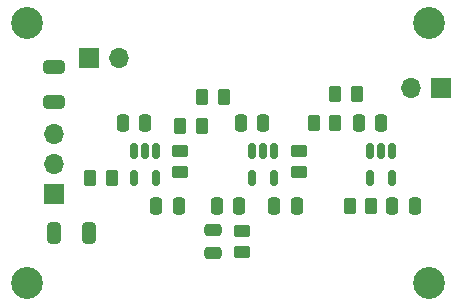
<source format=gbr>
%TF.GenerationSoftware,KiCad,Pcbnew,8.0.0*%
%TF.CreationDate,2024-11-11T15:40:07+01:00*%
%TF.ProjectId,test_amplifier_board,74657374-5f61-46d7-906c-69666965725f,rev?*%
%TF.SameCoordinates,Original*%
%TF.FileFunction,Soldermask,Top*%
%TF.FilePolarity,Negative*%
%FSLAX46Y46*%
G04 Gerber Fmt 4.6, Leading zero omitted, Abs format (unit mm)*
G04 Created by KiCad (PCBNEW 8.0.0) date 2024-11-11 15:40:07*
%MOMM*%
%LPD*%
G01*
G04 APERTURE LIST*
G04 Aperture macros list*
%AMRoundRect*
0 Rectangle with rounded corners*
0 $1 Rounding radius*
0 $2 $3 $4 $5 $6 $7 $8 $9 X,Y pos of 4 corners*
0 Add a 4 corners polygon primitive as box body*
4,1,4,$2,$3,$4,$5,$6,$7,$8,$9,$2,$3,0*
0 Add four circle primitives for the rounded corners*
1,1,$1+$1,$2,$3*
1,1,$1+$1,$4,$5*
1,1,$1+$1,$6,$7*
1,1,$1+$1,$8,$9*
0 Add four rect primitives between the rounded corners*
20,1,$1+$1,$2,$3,$4,$5,0*
20,1,$1+$1,$4,$5,$6,$7,0*
20,1,$1+$1,$6,$7,$8,$9,0*
20,1,$1+$1,$8,$9,$2,$3,0*%
G04 Aperture macros list end*
%ADD10RoundRect,0.250000X0.450000X-0.262500X0.450000X0.262500X-0.450000X0.262500X-0.450000X-0.262500X0*%
%ADD11RoundRect,0.250000X-0.250000X-0.475000X0.250000X-0.475000X0.250000X0.475000X-0.250000X0.475000X0*%
%ADD12RoundRect,0.250000X-0.262500X-0.450000X0.262500X-0.450000X0.262500X0.450000X-0.262500X0.450000X0*%
%ADD13RoundRect,0.250000X0.250000X0.475000X-0.250000X0.475000X-0.250000X-0.475000X0.250000X-0.475000X0*%
%ADD14RoundRect,0.250000X0.262500X0.450000X-0.262500X0.450000X-0.262500X-0.450000X0.262500X-0.450000X0*%
%ADD15RoundRect,0.150000X-0.150000X0.512500X-0.150000X-0.512500X0.150000X-0.512500X0.150000X0.512500X0*%
%ADD16R,1.700000X1.700000*%
%ADD17O,1.700000X1.700000*%
%ADD18RoundRect,0.250000X0.475000X-0.250000X0.475000X0.250000X-0.475000X0.250000X-0.475000X-0.250000X0*%
%ADD19RoundRect,0.250000X0.650000X-0.325000X0.650000X0.325000X-0.650000X0.325000X-0.650000X-0.325000X0*%
%ADD20C,2.700000*%
%ADD21RoundRect,0.250000X-0.325000X-0.650000X0.325000X-0.650000X0.325000X0.650000X-0.325000X0.650000X0*%
%ADD22RoundRect,0.250000X-0.450000X0.262500X-0.450000X-0.262500X0.450000X-0.262500X0.450000X0.262500X0*%
G04 APERTURE END LIST*
D10*
%TO.C,R5*%
X121250000Y-122412500D03*
X121250000Y-120587500D03*
%TD*%
D11*
%TO.C,C1*%
X113950000Y-118475000D03*
X115850000Y-118475000D03*
%TD*%
D12*
%TO.C,R1*%
X108337500Y-116112500D03*
X110162500Y-116112500D03*
%TD*%
D13*
%TO.C,C6*%
X125850000Y-118500000D03*
X123950000Y-118500000D03*
%TD*%
D11*
%TO.C,C2*%
X111100000Y-111475000D03*
X113000000Y-111475000D03*
%TD*%
D14*
%TO.C,R9*%
X132162500Y-118500000D03*
X130337500Y-118500000D03*
%TD*%
D15*
%TO.C,U3*%
X133950000Y-113862500D03*
X133000000Y-113862500D03*
X132050000Y-113862500D03*
X132050000Y-116137500D03*
X133950000Y-116137500D03*
%TD*%
D16*
%TO.C,J1*%
X105250000Y-117525000D03*
D17*
X105250000Y-114985000D03*
X105250000Y-112445000D03*
%TD*%
D18*
%TO.C,C3*%
X118750000Y-122450000D03*
X118750000Y-120550000D03*
%TD*%
D19*
%TO.C,C10*%
X105250000Y-109725000D03*
X105250000Y-106775000D03*
%TD*%
D20*
%TO.C,H4*%
X137000000Y-103000000D03*
%TD*%
D13*
%TO.C,C4*%
X120950000Y-118500000D03*
X119050000Y-118500000D03*
%TD*%
D14*
%TO.C,R3*%
X117825000Y-111750000D03*
X116000000Y-111750000D03*
%TD*%
D20*
%TO.C,H1*%
X103000000Y-103000000D03*
%TD*%
D13*
%TO.C,C8*%
X135850000Y-118500000D03*
X133950000Y-118500000D03*
%TD*%
D16*
%TO.C,J2*%
X108225000Y-106000000D03*
D17*
X110765000Y-106000000D03*
%TD*%
D10*
%TO.C,R2*%
X116000000Y-115662500D03*
X116000000Y-113837500D03*
%TD*%
D15*
%TO.C,U1*%
X113950000Y-113837500D03*
X113000000Y-113837500D03*
X112050000Y-113837500D03*
X112050000Y-116112500D03*
X113950000Y-116112500D03*
%TD*%
D12*
%TO.C,R7*%
X127262500Y-111500000D03*
X129087500Y-111500000D03*
%TD*%
D20*
%TO.C,H2*%
X103000000Y-125000000D03*
%TD*%
D13*
%TO.C,C7*%
X133000000Y-111500000D03*
X131100000Y-111500000D03*
%TD*%
D14*
%TO.C,R8*%
X130912500Y-109000000D03*
X129087500Y-109000000D03*
%TD*%
D21*
%TO.C,C9*%
X105275000Y-120750000D03*
X108225000Y-120750000D03*
%TD*%
D15*
%TO.C,U2*%
X123950000Y-113862500D03*
X123000000Y-113862500D03*
X122050000Y-113862500D03*
X122050000Y-116137500D03*
X123950000Y-116137500D03*
%TD*%
D16*
%TO.C,J3*%
X138025000Y-108500000D03*
D17*
X135485000Y-108500000D03*
%TD*%
D22*
%TO.C,R6*%
X126000000Y-113837500D03*
X126000000Y-115662500D03*
%TD*%
D12*
%TO.C,R4*%
X117825000Y-109250000D03*
X119650000Y-109250000D03*
%TD*%
D20*
%TO.C,H3*%
X137000000Y-125000000D03*
%TD*%
D13*
%TO.C,C5*%
X123000000Y-111500000D03*
X121100000Y-111500000D03*
%TD*%
M02*

</source>
